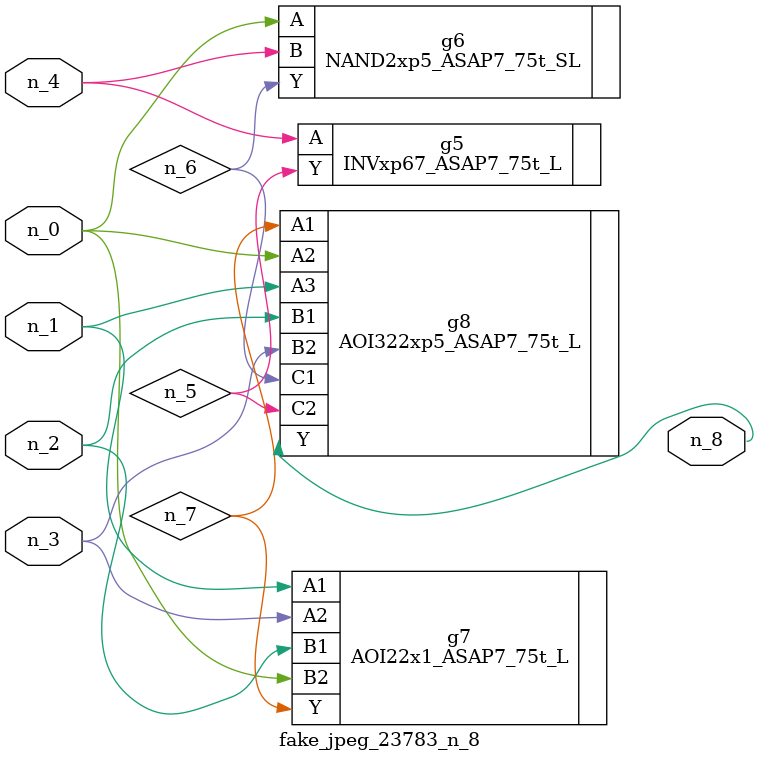
<source format=v>
module fake_jpeg_23783_n_8 (n_3, n_2, n_1, n_0, n_4, n_8);

input n_3;
input n_2;
input n_1;
input n_0;
input n_4;

output n_8;

wire n_6;
wire n_5;
wire n_7;

INVxp67_ASAP7_75t_L g5 ( 
.A(n_4),
.Y(n_5)
);

NAND2xp5_ASAP7_75t_SL g6 ( 
.A(n_0),
.B(n_4),
.Y(n_6)
);

AOI22x1_ASAP7_75t_L g7 ( 
.A1(n_1),
.A2(n_3),
.B1(n_2),
.B2(n_0),
.Y(n_7)
);

AOI322xp5_ASAP7_75t_L g8 ( 
.A1(n_7),
.A2(n_0),
.A3(n_1),
.B1(n_2),
.B2(n_3),
.C1(n_6),
.C2(n_5),
.Y(n_8)
);


endmodule
</source>
